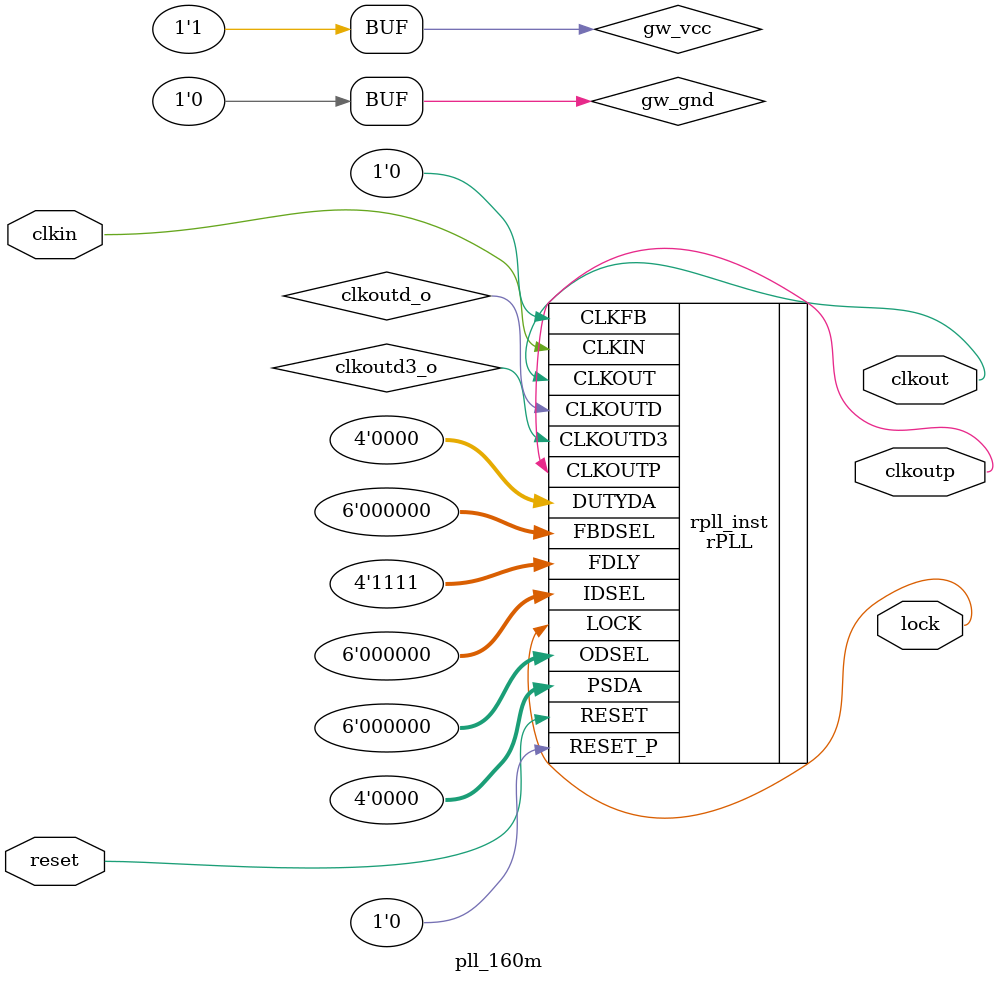
<source format=v>

module pll_160m (clkout, lock, clkoutp, reset, clkin);

output clkout;
output lock;
output clkoutp;
input reset;
input clkin;

wire clkoutd_o;
wire clkoutd3_o;
wire gw_vcc;
wire gw_gnd;

assign gw_vcc = 1'b1;
assign gw_gnd = 1'b0;

rPLL rpll_inst (
    .CLKOUT(clkout),
    .LOCK(lock),
    .CLKOUTP(clkoutp),
    .CLKOUTD(clkoutd_o),
    .CLKOUTD3(clkoutd3_o),
    .RESET(reset),
    .RESET_P(gw_gnd),
    .CLKIN(clkin),
    .CLKFB(gw_gnd),
    .FBDSEL({gw_gnd,gw_gnd,gw_gnd,gw_gnd,gw_gnd,gw_gnd}),
    .IDSEL({gw_gnd,gw_gnd,gw_gnd,gw_gnd,gw_gnd,gw_gnd}),
    .ODSEL({gw_gnd,gw_gnd,gw_gnd,gw_gnd,gw_gnd,gw_gnd}),
    .PSDA({gw_gnd,gw_gnd,gw_gnd,gw_gnd}),
    .DUTYDA({gw_gnd,gw_gnd,gw_gnd,gw_gnd}),
    .FDLY({gw_vcc,gw_vcc,gw_vcc,gw_vcc})
);

defparam rpll_inst.FCLKIN = "27";
defparam rpll_inst.DYN_IDIV_SEL = "false";
defparam rpll_inst.IDIV_SEL = 0;
defparam rpll_inst.DYN_FBDIV_SEL = "false";
defparam rpll_inst.FBDIV_SEL = 4;
defparam rpll_inst.DYN_ODIV_SEL = "false";
defparam rpll_inst.ODIV_SEL = 4;
defparam rpll_inst.PSDA_SEL = "1111";
defparam rpll_inst.DYN_DA_EN = "false";
defparam rpll_inst.DUTYDA_SEL = "1000";
defparam rpll_inst.CLKOUT_FT_DIR = 1'b1;
defparam rpll_inst.CLKOUTP_FT_DIR = 1'b1;
defparam rpll_inst.CLKOUT_DLY_STEP = 0;
defparam rpll_inst.CLKOUTP_DLY_STEP = 0;
defparam rpll_inst.CLKFB_SEL = "internal";
defparam rpll_inst.CLKOUT_BYPASS = "false";
defparam rpll_inst.CLKOUTP_BYPASS = "false";
defparam rpll_inst.CLKOUTD_BYPASS = "false";
defparam rpll_inst.DYN_SDIV_SEL = 2;
defparam rpll_inst.CLKOUTD_SRC = "CLKOUT";
defparam rpll_inst.CLKOUTD3_SRC = "CLKOUT";
defparam rpll_inst.DEVICE = "GW2AR-18C";

endmodule //pll_160m

</source>
